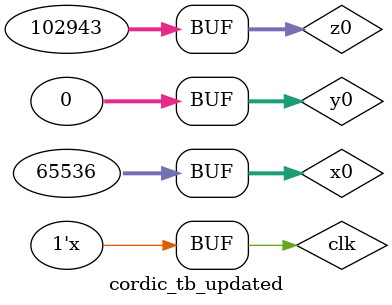
<source format=v>
`timescale 1ns / 1ps

  module cordic_tb_updated;
    reg clk;
    reg [31:0] x0;
    reg [31:0] y0;
    reg [31:0] z0;
    wire [31:0] x;
    wire [31:0] y;

   cordic_updated uut(
    .clk(clk),
    .x0(x0),
    .y0(y0),
    .z0(z0),
    .X(x),
    .Y(y)
    );

    initial
    begin
      clk <= 0;
      x0<=32'd65536;
      y0<=32'd0;
      z0<=32'd102943;
    end

    always
       begin
       #5  clk =  ! clk;
        $display(y);
       end

 endmodule

</source>
